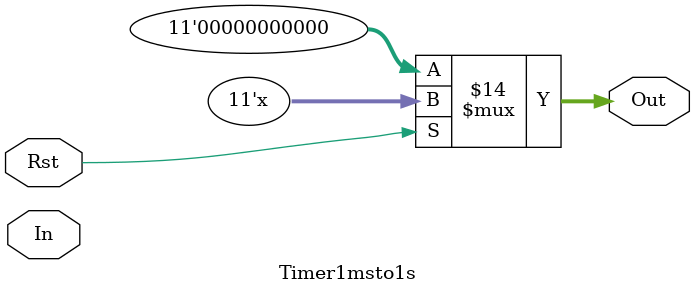
<source format=v>
module Timer1msto1s(In,Out,Rst);
input [20:0]In;
input Rst;
output[10:0] Out;
reg [10:0] Out;
reg [11:0]X;
always @(In)
 begin
  if (Rst==0)
   begin
    Out<=0;
    X<=0;
   end
 else
  begin
   X=X+1;
    if (X==1000)
     begin
      Out<=Out+1;
      X<=0;
     end
   end
 end
endmodule

</source>
